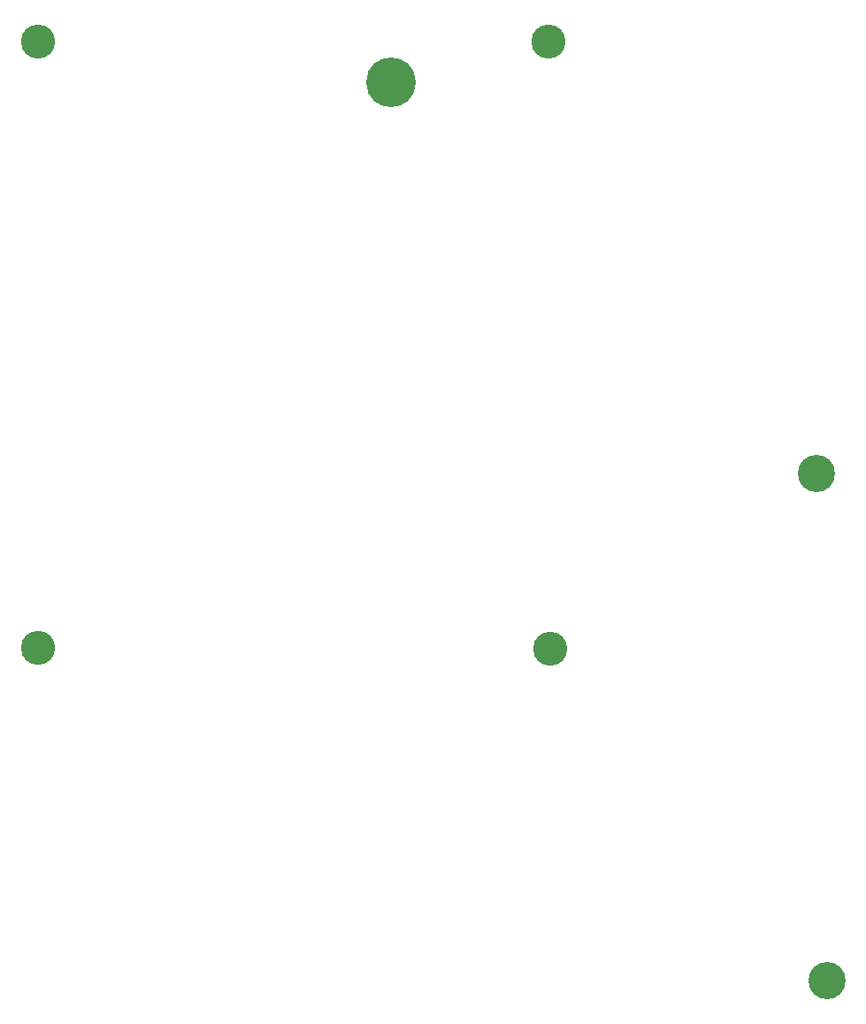
<source format=gbs>
G04 MADE WITH FRITZING*
G04 WWW.FRITZING.ORG*
G04 DOUBLE SIDED*
G04 HOLES PLATED*
G04 CONTOUR ON CENTER OF CONTOUR VECTOR*
%ASAXBY*%
%FSLAX23Y23*%
%MOIN*%
%OFA0B0*%
%SFA1.0B1.0*%
%ADD10C,0.128110*%
%ADD11C,0.187165*%
%ADD12C,0.139921*%
%LNMASK0*%
G90*
G70*
G54D10*
X2087Y3660D03*
X161Y3662D03*
G54D11*
X1492Y3508D03*
G54D10*
X162Y1377D03*
X2091Y1376D03*
G54D12*
X3097Y2036D03*
X3136Y123D03*
G04 End of Mask0*
M02*
</source>
